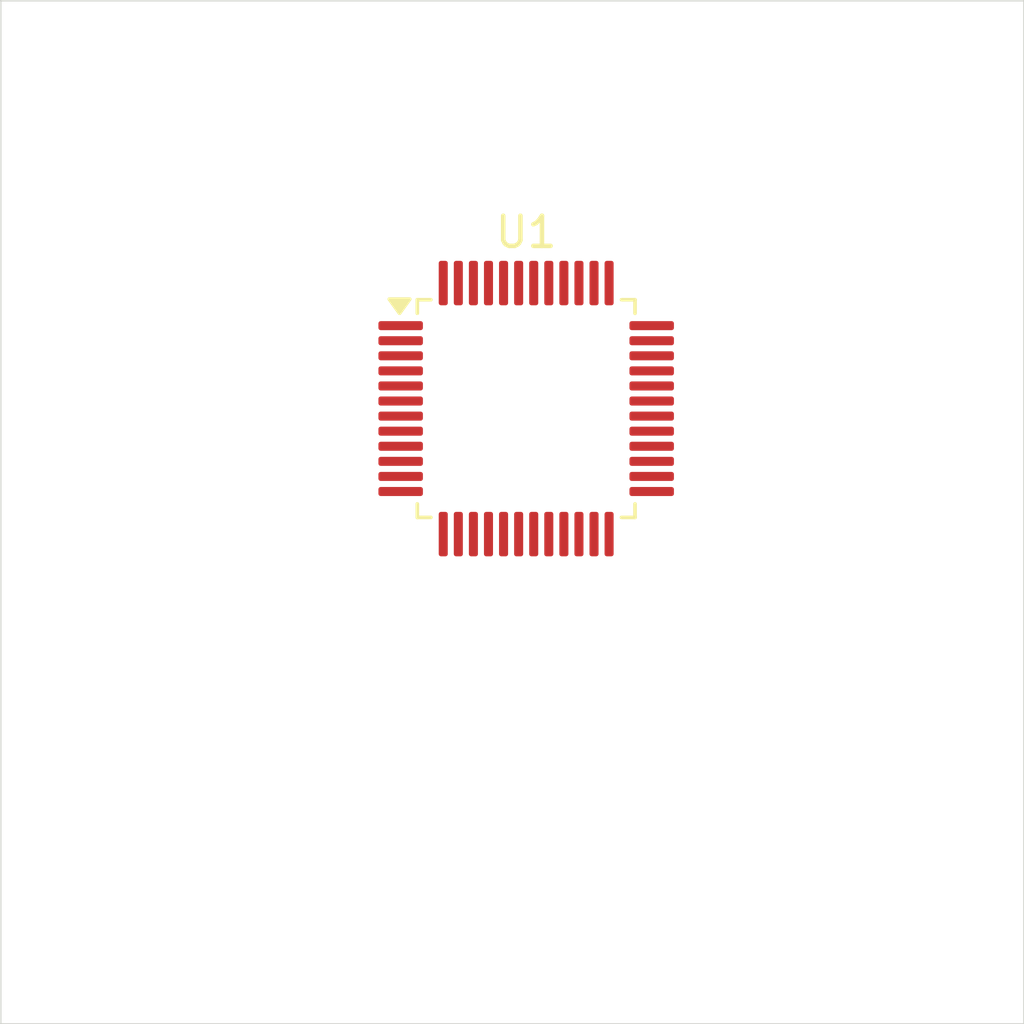
<source format=kicad_pcb>
(kicad_pcb (version 20240108) (generator "pcbnew") (generator_version "8.0")
  (layers (0 "F.Cu" signal) (31 "B.Cu" signal) (34 "B.Paste" user) (35 "F.Paste" user) (36 "B.SilkS" user "B.Silkscreen") (37 "F.SilkS" user "F.Silkscreen") (38 "B.Mask" user) (39 "F.Mask" user) (44 "Edge.Cuts" user))
  (net 0 "")
  (net 28 "Net-(U1-VSS-Pad23)")
  (footprint "Package_QFP:LQFP-48_7x7mm_P0.5mm" (layer "F.Cu") (at 149.775 96.65)
    (property "Reference" "U1" (at 0 -5.85 0) (layer "F.SilkS"))
    (property "Value" "STM32F103C8Tx")
    (fp_line (start -3.61 -3.61) (end -3.61 -3.16) (stroke (width 0.12)) (layer "F.SilkS"))
    (fp_line (start -3.61 3.61) (end -3.61 3.16) (stroke (width 0.12)) (layer "F.SilkS"))
    (fp_line (start -3.16 -3.61) (end -3.61 -3.61) (stroke (width 0.12)) (layer "F.SilkS"))
    (fp_line (start -3.16 3.61) (end -3.61 3.61) (stroke (width 0.12)) (layer "F.SilkS"))
    (fp_line (start 3.16 -3.61) (end 3.61 -3.61) (stroke (width 0.12)) (layer "F.SilkS"))
    (fp_line (start 3.16 3.61) (end 3.61 3.61) (stroke (width 0.12)) (layer "F.SilkS"))
    (fp_line (start 3.61 -3.61) (end 3.61 -3.16) (stroke (width 0.12)) (layer "F.SilkS"))
    (fp_line (start 3.61 3.61) (end 3.61 3.16) (stroke (width 0.12)) (layer "F.SilkS"))
    (fp_poly (pts (xy -4.2 -3.16) (xy -4.54 -3.63) (xy -3.86 -3.63) (xy -4.2 -3.16)) (stroke (width 0.12)) (fill solid) (layer "F.SilkS"))
    (pad "1" smd roundrect (at -4.1625 -2.75) (size 1.475 0.3) (layers "F.Cu" "F.Paste" "F.Mask"))
    (pad "2" smd roundrect (at -4.1625 -2.25) (size 1.475 0.3) (layers "F.Cu" "F.Paste" "F.Mask"))
    (pad "3" smd roundrect (at -4.1625 -1.75) (size 1.475 0.3) (layers "F.Cu" "F.Paste" "F.Mask"))
    (pad "4" smd roundrect (at -4.1625 -1.25) (size 1.475 0.3) (layers "F.Cu" "F.Paste" "F.Mask"))
    (pad "5" smd roundrect (at -4.1625 -0.75) (size 1.475 0.3) (layers "F.Cu" "F.Paste" "F.Mask"))
    (pad "6" smd roundrect (at -4.1625 -0.25) (size 1.475 0.3) (layers "F.Cu" "F.Paste" "F.Mask"))
    (pad "7" smd roundrect (at -4.1625 0.25) (size 1.475 0.3) (layers "F.Cu" "F.Paste" "F.Mask"))
    (pad "8" smd roundrect (at -4.1625 0.75) (size 1.475 0.3) (layers "F.Cu" "F.Paste" "F.Mask"))
    (pad "9" smd roundrect (at -4.1625 1.25) (size 1.475 0.3) (layers "F.Cu" "F.Paste" "F.Mask"))
    (pad "10" smd roundrect (at -4.1625 1.75) (size 1.475 0.3) (layers "F.Cu" "F.Paste" "F.Mask"))
    (pad "11" smd roundrect (at -4.1625 2.25) (size 1.475 0.3) (layers "F.Cu" "F.Paste" "F.Mask"))
    (pad "12" smd roundrect (at -4.1625 2.75) (size 1.475 0.3) (layers "F.Cu" "F.Paste" "F.Mask"))
    (pad "13" smd roundrect (at -2.75 4.1625) (size 0.3 1.475) (layers "F.Cu" "F.Paste" "F.Mask"))
    (pad "14" smd roundrect (at -2.25 4.1625) (size 0.3 1.475) (layers "F.Cu" "F.Paste" "F.Mask"))
    (pad "15" smd roundrect (at -1.75 4.1625) (size 0.3 1.475) (layers "F.Cu" "F.Paste" "F.Mask"))
    (pad "16" smd roundrect (at -1.25 4.1625) (size 0.3 1.475) (layers "F.Cu" "F.Paste" "F.Mask"))
    (pad "17" smd roundrect (at -0.75 4.1625) (size 0.3 1.475) (layers "F.Cu" "F.Paste" "F.Mask"))
    (pad "18" smd roundrect (at -0.25 4.1625) (size 0.3 1.475) (layers "F.Cu" "F.Paste" "F.Mask"))
    (pad "19" smd roundrect (at 0.25 4.1625) (size 0.3 1.475) (layers "F.Cu" "F.Paste" "F.Mask"))
    (pad "20" smd roundrect (at 0.75 4.1625) (size 0.3 1.475) (layers "F.Cu" "F.Paste" "F.Mask"))
    (pad "21" smd roundrect (at 1.25 4.1625) (size 0.3 1.475) (layers "F.Cu" "F.Paste" "F.Mask"))
    (pad "22" smd roundrect (at 1.75 4.1625) (size 0.3 1.475) (layers "F.Cu" "F.Paste" "F.Mask"))
    (pad "23" smd roundrect (at 2.25 4.1625) (size 0.3 1.475) (layers "F.Cu" "F.Paste" "F.Mask") (net 28 "Net-(U1-VSS-Pad23)"))
    (pad "24" smd roundrect (at 2.75 4.1625) (size 0.3 1.475) (layers "F.Cu" "F.Paste" "F.Mask"))
    (pad "25" smd roundrect (at 4.1625 2.75) (size 1.475 0.3) (layers "F.Cu" "F.Paste" "F.Mask"))
    (pad "26" smd roundrect (at 4.1625 2.25) (size 1.475 0.3) (layers "F.Cu" "F.Paste" "F.Mask"))
    (pad "27" smd roundrect (at 4.1625 1.75) (size 1.475 0.3) (layers "F.Cu" "F.Paste" "F.Mask"))
    (pad "28" smd roundrect (at 4.1625 1.25) (size 1.475 0.3) (layers "F.Cu" "F.Paste" "F.Mask"))
    (pad "29" smd roundrect (at 4.1625 0.75) (size 1.475 0.3) (layers "F.Cu" "F.Paste" "F.Mask"))
    (pad "30" smd roundrect (at 4.1625 0.25) (size 1.475 0.3) (layers "F.Cu" "F.Paste" "F.Mask"))
    (pad "31" smd roundrect (at 4.1625 -0.25) (size 1.475 0.3) (layers "F.Cu" "F.Paste" "F.Mask"))
    (pad "32" smd roundrect (at 4.1625 -0.75) (size 1.475 0.3) (layers "F.Cu" "F.Paste" "F.Mask"))
    (pad "33" smd roundrect (at 4.1625 -1.25) (size 1.475 0.3) (layers "F.Cu" "F.Paste" "F.Mask"))
    (pad "34" smd roundrect (at 4.1625 -1.75) (size 1.475 0.3) (layers "F.Cu" "F.Paste" "F.Mask"))
    (pad "35" smd roundrect (at 4.1625 -2.25) (size 1.475 0.3) (layers "F.Cu" "F.Paste" "F.Mask") (net 28 "Net-(U1-VSS-Pad23)"))
    (pad "36" smd roundrect (at 4.1625 -2.75) (size 1.475 0.3) (layers "F.Cu" "F.Paste" "F.Mask"))
    (pad "37" smd roundrect (at 2.75 -4.1625) (size 0.3 1.475) (layers "F.Cu" "F.Paste" "F.Mask"))
    (pad "38" smd roundrect (at 2.25 -4.1625) (size 0.3 1.475) (layers "F.Cu" "F.Paste" "F.Mask"))
    (pad "39" smd roundrect (at 1.75 -4.1625) (size 0.3 1.475) (layers "F.Cu" "F.Paste" "F.Mask"))
    (pad "40" smd roundrect (at 1.25 -4.1625) (size 0.3 1.475) (layers "F.Cu" "F.Paste" "F.Mask"))
    (pad "41" smd roundrect (at 0.75 -4.1625) (size 0.3 1.475) (layers "F.Cu" "F.Paste" "F.Mask"))
    (pad "42" smd roundrect (at 0.25 -4.1625) (size 0.3 1.475) (layers "F.Cu" "F.Paste" "F.Mask"))
    (pad "43" smd roundrect (at -0.25 -4.1625) (size 0.3 1.475) (layers "F.Cu" "F.Paste" "F.Mask"))
    (pad "44" smd roundrect (at -0.75 -4.1625) (size 0.3 1.475) (layers "F.Cu" "F.Paste" "F.Mask"))
    (pad "45" smd roundrect (at -1.25 -4.1625) (size 0.3 1.475) (layers "F.Cu" "F.Paste" "F.Mask"))
    (pad "46" smd roundrect (at -1.75 -4.1625) (size 0.3 1.475) (layers "F.Cu" "F.Paste" "F.Mask"))
    (pad "47" smd roundrect (at -2.25 -4.1625) (size 0.3 1.475) (layers "F.Cu" "F.Paste" "F.Mask") (net 28 "Net-(U1-VSS-Pad23)"))
    (pad "48" smd roundrect (at -2.75 -4.1625) (size 0.3 1.475) (layers "F.Cu" "F.Paste" "F.Mask"))
  )
  (gr_rect (start 132.35 83.125) (end 166.283186 117.058186) (stroke (width 0.05)) (fill none) (layer "Edge.Cuts"))
)
</source>
